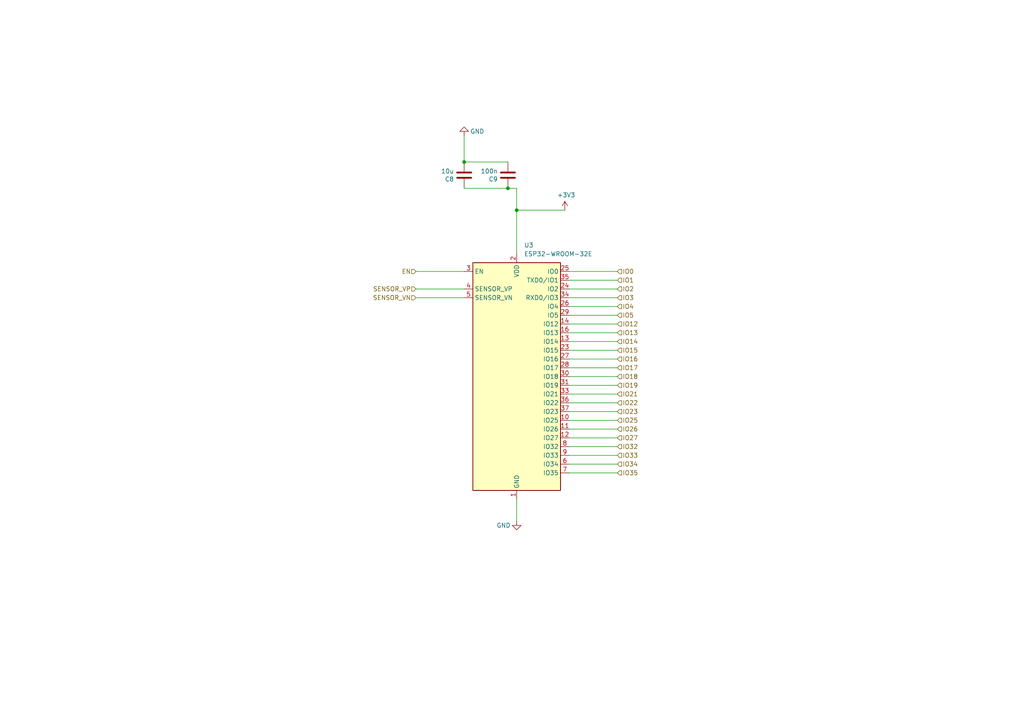
<source format=kicad_sch>
(kicad_sch (version 20250114) (generator "eeschema") (generator_version "9.0")
  (paper "A4")
  (title_block (title "${NAME}") (date "2025-04-29") (rev "${VERSION}") (company "Mikhail Matveev") (comment 1 "https://github.com/rh1tech/echo"))
  (lib_symbols
    (symbol "Device:C" (pin_numbers (hide yes)) (pin_names (offset 0.254))
      (property "Reference" "C" (at 0.635 2.54 0))
      (property "Value" "C" (at 0.635 -2.54 0))
      (symbol "C_0_1"
        (polyline (pts (xy -2.032 0.762) (xy 2.032 0.762)) (stroke (width 0.508)))
        (polyline (pts (xy -2.032 -0.762) (xy 2.032 -0.762)) (stroke (width 0.508)))
      )
      (symbol "C_1_1"
        (pin passive line (at 0 3.81 270) (length 2.794) (name "~") (number "1"))
        (pin passive line (at 0 -3.81 90) (length 2.794) (name "~") (number "2"))
      )
    )
    (symbol "GND_1" (power) (pin_numbers (hide yes)) (pin_names (offset 0) (hide yes))
      (property "Value" "GND" (at 0 -3.81 0))
      (symbol "GND_1_0_1"
        (polyline (pts (xy 0 0) (xy 0 -1.27) (xy 1.27 -1.27) (xy 0 -2.54) (xy -1.27 -1.27) (xy 0 -1.27)))
      )
      (symbol "GND_1_1_1"
        (pin power_in line (at 0 0 270) (length 0) (name "~") (number "1"))
      )
    )
    (symbol "RF_Module:ESP32-WROOM-32E"
      (property "Reference" "U" (at -12.7 34.29 0))
      (property "Value" "ESP32-WROOM-32E" (at 1.27 34.29 0))
      (symbol "ESP32-WROOM-32E_0_1"
        (rectangle (start -12.7 33.02) (end 12.7 -33.02) (stroke (width 0.254)) (fill (type background)))
      )
      (symbol "ESP32-WROOM-32E_1_1"
        (pin input line (at -15.24 30.48 0) (length 2.54) (name "EN") (number "3"))
        (pin input line (at -15.24 25.4 0) (length 2.54) (name "SENSOR_VP") (number "4"))
        (pin input line (at -15.24 22.86 0) (length 2.54) (name "SENSOR_VN") (number "5"))
        (pin no_connect line (at -12.7 0 0) (length 2.54) (hide yes) (name "NC") (number "21"))
        (pin no_connect line (at -12.7 -2.54 0) (length 2.54) (hide yes) (name "NC") (number "22"))
        (pin no_connect line (at -12.7 -5.08 0) (length 2.54) (hide yes) (name "NC") (number "17"))
        (pin no_connect line (at -12.7 -7.62 0) (length 2.54) (hide yes) (name "NC") (number "18"))
        (pin no_connect line (at -12.7 -10.16 0) (length 2.54) (hide yes) (name "NC") (number "20"))
        (pin no_connect line (at -12.7 -12.7 0) (length 2.54) (hide yes) (name "NC") (number "19"))
        (pin no_connect line (at -12.7 -27.94 0) (length 2.54) (hide yes) (name "NC") (number "32"))
        (pin power_in line (at 0 35.56 270) (length 2.54) (name "VDD") (number "2"))
        (pin power_in line (at 0 -35.56 90) (length 2.54) (name "GND") (number "1"))
        (pin passive line (at 0 -35.56 90) (length 2.54) (hide yes) (name "GND") (number "15"))
        (pin passive line (at 0 -35.56 90) (length 2.54) (hide yes) (name "GND") (number "38"))
        (pin passive line (at 0 -35.56 90) (length 2.54) (hide yes) (name "GND") (number "39"))
        (pin bidirectional line (at 15.24 30.48 180) (length 2.54) (name "IO0") (number "25"))
        (pin bidirectional line (at 15.24 27.94 180) (length 2.54) (name "TXD0/IO1") (number "35"))
        (pin bidirectional line (at 15.24 25.4 180) (length 2.54) (name "IO2") (number "24"))
        (pin bidirectional line (at 15.24 22.86 180) (length 2.54) (name "RXD0/IO3") (number "34"))
        (pin bidirectional line (at 15.24 20.32 180) (length 2.54) (name "IO4") (number "26"))
        (pin bidirectional line (at 15.24 17.78 180) (length 2.54) (name "IO5") (number "29"))
        (pin bidirectional line (at 15.24 15.24 180) (length 2.54) (name "IO12") (number "14"))
        (pin bidirectional line (at 15.24 12.7 180) (length 2.54) (name "IO13") (number "16"))
        (pin bidirectional line (at 15.24 10.16 180) (length 2.54) (name "IO14") (number "13"))
        (pin bidirectional line (at 15.24 7.62 180) (length 2.54) (name "IO15") (number "23"))
        (pin bidirectional line (at 15.24 5.08 180) (length 2.54) (name "IO16") (number "27"))
        (pin bidirectional line (at 15.24 2.54 180) (length 2.54) (name "IO17") (number "28"))
        (pin bidirectional line (at 15.24 0 180) (length 2.54) (name "IO18") (number "30"))
        (pin bidirectional line (at 15.24 -2.54 180) (length 2.54) (name "IO19") (number "31"))
        (pin bidirectional line (at 15.24 -5.08 180) (length 2.54) (name "IO21") (number "33"))
        (pin bidirectional line (at 15.24 -7.62 180) (length 2.54) (name "IO22") (number "36"))
        (pin bidirectional line (at 15.24 -10.16 180) (length 2.54) (name "IO23") (number "37"))
        (pin bidirectional line (at 15.24 -12.7 180) (length 2.54) (name "IO25") (number "10"))
        (pin bidirectional line (at 15.24 -15.24 180) (length 2.54) (name "IO26") (number "11"))
        (pin bidirectional line (at 15.24 -17.78 180) (length 2.54) (name "IO27") (number "12"))
        (pin bidirectional line (at 15.24 -20.32 180) (length 2.54) (name "IO32") (number "8"))
        (pin bidirectional line (at 15.24 -22.86 180) (length 2.54) (name "IO33") (number "9"))
        (pin input line (at 15.24 -25.4 180) (length 2.54) (name "IO34") (number "6"))
        (pin input line (at 15.24 -27.94 180) (length 2.54) (name "IO35") (number "7"))
      )
    )
    (symbol "power:+3V3" (power) (pin_numbers (hide yes)) (pin_names (offset 0) (hide yes))
      (property "Value" "+3V3" (at 0 3.556 0))
      (symbol "+3V3_0_1"
        (polyline (pts (xy -0.762 1.27) (xy 0 2.54)))
        (polyline (pts (xy 0 2.54) (xy 0.762 1.27)))
        (polyline (pts (xy 0 0) (xy 0 2.54)))
      )
      (symbol "+3V3_1_1"
        (pin power_in line (at 0 0 90) (length 0) (name "~") (number "1"))
      )
    )
  )
  (junction (at 147.32 54.61))
  (junction (at 149.86 60.96))
  (junction (at 134.62 46.99))
  (wire (pts (xy 165.1 96.52) (xy 179.07 96.52)))
  (wire (pts (xy 134.62 46.99) (xy 147.32 46.99)))
  (wire (pts (xy 134.62 54.61) (xy 147.32 54.61)))
  (wire (pts (xy 165.1 119.38) (xy 179.07 119.38)))
  (wire (pts (xy 147.32 54.61) (xy 149.86 54.61)))
  (wire (pts (xy 165.1 121.92) (xy 179.07 121.92)))
  (wire (pts (xy 134.62 83.82) (xy 120.65 83.82)))
  (wire (pts (xy 165.1 134.62) (xy 179.07 134.62)))
  (wire (pts (xy 165.1 104.14) (xy 179.07 104.14)))
  (wire (pts (xy 134.62 39.37) (xy 134.62 46.99)))
  (wire (pts (xy 149.86 60.96) (xy 149.86 73.66)))
  (wire (pts (xy 165.1 93.98) (xy 179.07 93.98)))
  (wire (pts (xy 134.62 78.74) (xy 120.65 78.74)))
  (wire (pts (xy 165.1 116.84) (xy 179.07 116.84)))
  (wire (pts (xy 165.1 129.54) (xy 179.07 129.54)))
  (wire (pts (xy 165.1 91.44) (xy 179.07 91.44)))
  (wire (pts (xy 134.62 86.36) (xy 120.65 86.36)))
  (wire (pts (xy 165.1 111.76) (xy 179.07 111.76)))
  (wire (pts (xy 165.1 106.68) (xy 179.07 106.68)))
  (wire (pts (xy 165.1 132.08) (xy 179.07 132.08)))
  (wire (pts (xy 165.1 88.9) (xy 179.07 88.9)))
  (wire (pts (xy 165.1 109.22) (xy 179.07 109.22)))
  (wire (pts (xy 149.86 54.61) (xy 149.86 60.96)))
  (wire (pts (xy 165.1 86.36) (xy 179.07 86.36)))
  (wire (pts (xy 165.1 81.28) (xy 179.07 81.28)))
  (wire (pts (xy 149.86 151.13) (xy 149.86 144.78)))
  (wire (pts (xy 165.1 83.82) (xy 179.07 83.82)))
  (wire (pts (xy 165.1 99.06) (xy 179.07 99.06)))
  (wire (pts (xy 163.83 60.96) (xy 149.86 60.96)))
  (wire (pts (xy 165.1 101.6) (xy 179.07 101.6)))
  (wire (pts (xy 165.1 114.3) (xy 179.07 114.3)))
  (wire (pts (xy 165.1 137.16) (xy 179.07 137.16)))
  (wire (pts (xy 165.1 78.74) (xy 179.07 78.74)))
  (wire (pts (xy 165.1 124.46) (xy 179.07 124.46)))
  (wire (pts (xy 165.1 127) (xy 179.07 127)))
  (hierarchical_label "IO18" (shape input) (at 179.07 109.22 0))
  (hierarchical_label "IO0" (shape input) (at 179.07 78.74 0))
  (hierarchical_label "SENSOR_VP" (shape input) (at 120.65 83.82 180))
  (hierarchical_label "IO4" (shape input) (at 179.07 88.9 0))
  (hierarchical_label "IO14" (shape input) (at 179.07 99.06 0))
  (hierarchical_label "IO34" (shape input) (at 179.07 134.62 0))
  (hierarchical_label "IO23" (shape input) (at 179.07 119.38 0))
  (hierarchical_label "IO2" (shape input) (at 179.07 83.82 0))
  (hierarchical_label "IO27" (shape input) (at 179.07 127 0))
  (hierarchical_label "IO3" (shape input) (at 179.07 86.36 0))
  (hierarchical_label "IO35" (shape input) (at 179.07 137.16 0))
  (hierarchical_label "IO16" (shape input) (at 179.07 104.14 0))
  (hierarchical_label "EN" (shape input) (at 120.65 78.74 180))
  (hierarchical_label "IO26" (shape input) (at 179.07 124.46 0))
  (hierarchical_label "IO13" (shape input) (at 179.07 96.52 0))
  (hierarchical_label "IO19" (shape input) (at 179.07 111.76 0))
  (hierarchical_label "IO25" (shape input) (at 179.07 121.92 0))
  (hierarchical_label "IO5" (shape input) (at 179.07 91.44 0))
  (hierarchical_label "IO32" (shape input) (at 179.07 129.54 0))
  (hierarchical_label "IO21" (shape input) (at 179.07 114.3 0))
  (hierarchical_label "IO33" (shape input) (at 179.07 132.08 0))
  (hierarchical_label "IO17" (shape input) (at 179.07 106.68 0))
  (hierarchical_label "IO12" (shape input) (at 179.07 93.98 0))
  (hierarchical_label "IO15" (shape input) (at 179.07 101.6 0))
  (hierarchical_label "SENSOR_VN" (shape input) (at 120.65 86.36 180))
  (hierarchical_label "IO1" (shape input) (at 179.07 81.28 0))
  (hierarchical_label "IO22" (shape input) (at 179.07 116.84 0))
  (symbol (lib_id "Device:C") (at 134.62 50.8 180) (unit 1)
    (property "Reference" "C8" (at 131.699 51.9684 0) (effects (justify left)))
    (property "Value" "10u" (at 131.699 49.657 0) (effects (justify left)))
    (property "Footprint" "FRANK:Capacitor (0805)" (effects (hide yes)))
    (property "Datasheet" "https://eu.mouser.com/datasheet/2/40/KGM_X7R-3223212.pdf" (effects (hide yes)))
    (property "AliExpress" "https://www.aliexpress.com/item/33008008276.html" (effects (hide yes)))
    (property "LCSC" "C1713" (effects (hide yes)))
  )
  (symbol (lib_id "Device:C") (at 147.32 50.8 180) (unit 1)
    (property "Reference" "C9" (at 144.399 51.9684 0) (effects (justify left)))
    (property "Value" "100n" (at 144.399 49.657 0) (effects (justify left)))
    (property "Footprint" "FRANK:Capacitor (0805)" (effects (hide yes)))
    (property "Datasheet" "https://eu.mouser.com/datasheet/2/40/KGM_X7R-3223212.pdf" (effects (hide yes)))
    (property "AliExpress" "https://www.aliexpress.com/item/33008008276.html" (effects (hide yes)))
    (property "LCSC" "C1713" (effects (hide yes)))
  )
  (symbol (lib_name "GND_1") (lib_id "power:GND") (at 149.86 151.13 0) (unit 1)
    (property "Reference" "#PWR022" (effects (hide yes)))
    (property "Value" "GND" (at 146.05 152.4 0))
    (property "Description" "Power symbol creates a global label with name \"GND\" , ground" (effects (hide yes)))
  )
  (symbol (lib_name "GND_1") (lib_id "power:GND") (at 134.62 39.37 180) (unit 1)
    (property "Reference" "#PWR020" (effects (hide yes)))
    (property "Value" "GND" (at 138.43 38.1 0))
    (property "Description" "Power symbol creates a global label with name \"GND\" , ground" (effects (hide yes)))
  )
  (symbol (lib_id "power:+3V3") (at 163.83 60.96 0) (unit 1)
    (property "Reference" "#PWR021" (effects (hide yes)))
    (property "Value" "+3V3" (at 164.211 56.5658 0))
    (property "Description" "Power symbol creates a global label with name \"+3V3\"" (effects (hide yes)))
  )
  (symbol (lib_id "RF_Module:ESP32-WROOM-32E") (at 149.86 109.22 0) (unit 1)
    (property "Reference" "U3" (at 152.0033 71.12 0) (effects (justify left)))
    (property "Value" "ESP32-WROOM-32E" (at 152.0033 73.66 0) (effects (justify left)))
    (property "Footprint" "FRANK:ESP32-WROOM-32E" (effects (hide yes)))
    (property "Datasheet" "https://www.espressif.com/sites/default/files/documentation/esp32-wroom-32e_esp32-wroom-32ue_datasheet_en.pdf" (effects (hide yes)))
    (property "Description" "RF Module, ESP32-D0WD-V3 SoC, without PSRAM, Wi-Fi 802.11b/g/n, Bluetooth, BLE, 32-bit, 2.7-3.6V, onboard antenna, SMD" (effects (hide yes)))
  )
)
</source>
